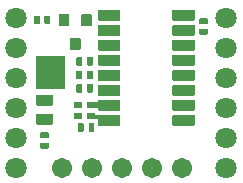
<source format=gbr>
G04 #@! TF.GenerationSoftware,KiCad,Pcbnew,(5.1.9-0-10_14)*
G04 #@! TF.CreationDate,2021-02-24T12:23:29+01:00*
G04 #@! TF.ProjectId,l0_Load,6c305f4c-6f61-4642-9e6b-696361645f70,rev?*
G04 #@! TF.SameCoordinates,Original*
G04 #@! TF.FileFunction,Soldermask,Top*
G04 #@! TF.FilePolarity,Negative*
%FSLAX46Y46*%
G04 Gerber Fmt 4.6, Leading zero omitted, Abs format (unit mm)*
G04 Created by KiCad (PCBNEW (5.1.9-0-10_14)) date 2021-02-24 12:23:29*
%MOMM*%
%LPD*%
G01*
G04 APERTURE LIST*
%ADD10C,1.702000*%
%ADD11C,1.802000*%
%ADD12C,0.100000*%
G04 APERTURE END LIST*
G36*
G01*
X170651000Y-77230000D02*
X170651000Y-76430000D01*
G75*
G02*
X170702000Y-76379000I51000J0D01*
G01*
X172502000Y-76379000D01*
G75*
G02*
X172553000Y-76430000I0J-51000D01*
G01*
X172553000Y-77230000D01*
G75*
G02*
X172502000Y-77281000I-51000J0D01*
G01*
X170702000Y-77281000D01*
G75*
G02*
X170651000Y-77230000I0J51000D01*
G01*
G37*
G36*
G01*
X170651000Y-78510000D02*
X170651000Y-77710000D01*
G75*
G02*
X170702000Y-77659000I51000J0D01*
G01*
X172502000Y-77659000D01*
G75*
G02*
X172553000Y-77710000I0J-51000D01*
G01*
X172553000Y-78510000D01*
G75*
G02*
X172502000Y-78561000I-51000J0D01*
G01*
X170702000Y-78561000D01*
G75*
G02*
X170651000Y-78510000I0J51000D01*
G01*
G37*
G36*
G01*
X170651000Y-79770000D02*
X170651000Y-78970000D01*
G75*
G02*
X170702000Y-78919000I51000J0D01*
G01*
X172502000Y-78919000D01*
G75*
G02*
X172553000Y-78970000I0J-51000D01*
G01*
X172553000Y-79770000D01*
G75*
G02*
X172502000Y-79821000I-51000J0D01*
G01*
X170702000Y-79821000D01*
G75*
G02*
X170651000Y-79770000I0J51000D01*
G01*
G37*
G36*
G01*
X170651000Y-81040000D02*
X170651000Y-80240000D01*
G75*
G02*
X170702000Y-80189000I51000J0D01*
G01*
X172502000Y-80189000D01*
G75*
G02*
X172553000Y-80240000I0J-51000D01*
G01*
X172553000Y-81040000D01*
G75*
G02*
X172502000Y-81091000I-51000J0D01*
G01*
X170702000Y-81091000D01*
G75*
G02*
X170651000Y-81040000I0J51000D01*
G01*
G37*
G36*
G01*
X170651000Y-82320000D02*
X170651000Y-81520000D01*
G75*
G02*
X170702000Y-81469000I51000J0D01*
G01*
X172502000Y-81469000D01*
G75*
G02*
X172553000Y-81520000I0J-51000D01*
G01*
X172553000Y-82320000D01*
G75*
G02*
X172502000Y-82371000I-51000J0D01*
G01*
X170702000Y-82371000D01*
G75*
G02*
X170651000Y-82320000I0J51000D01*
G01*
G37*
G36*
G01*
X170651000Y-83590000D02*
X170651000Y-82790000D01*
G75*
G02*
X170702000Y-82739000I51000J0D01*
G01*
X172502000Y-82739000D01*
G75*
G02*
X172553000Y-82790000I0J-51000D01*
G01*
X172553000Y-83590000D01*
G75*
G02*
X172502000Y-83641000I-51000J0D01*
G01*
X170702000Y-83641000D01*
G75*
G02*
X170651000Y-83590000I0J51000D01*
G01*
G37*
G36*
G01*
X170651000Y-84850000D02*
X170651000Y-84050000D01*
G75*
G02*
X170702000Y-83999000I51000J0D01*
G01*
X172502000Y-83999000D01*
G75*
G02*
X172553000Y-84050000I0J-51000D01*
G01*
X172553000Y-84850000D01*
G75*
G02*
X172502000Y-84901000I-51000J0D01*
G01*
X170702000Y-84901000D01*
G75*
G02*
X170651000Y-84850000I0J51000D01*
G01*
G37*
G36*
G01*
X170651000Y-86130000D02*
X170651000Y-85330000D01*
G75*
G02*
X170702000Y-85279000I51000J0D01*
G01*
X172502000Y-85279000D01*
G75*
G02*
X172553000Y-85330000I0J-51000D01*
G01*
X172553000Y-86130000D01*
G75*
G02*
X172502000Y-86181000I-51000J0D01*
G01*
X170702000Y-86181000D01*
G75*
G02*
X170651000Y-86130000I0J51000D01*
G01*
G37*
G36*
G01*
X176951000Y-86130000D02*
X176951000Y-85330000D01*
G75*
G02*
X177002000Y-85279000I51000J0D01*
G01*
X178802000Y-85279000D01*
G75*
G02*
X178853000Y-85330000I0J-51000D01*
G01*
X178853000Y-86130000D01*
G75*
G02*
X178802000Y-86181000I-51000J0D01*
G01*
X177002000Y-86181000D01*
G75*
G02*
X176951000Y-86130000I0J51000D01*
G01*
G37*
G36*
G01*
X176951000Y-84850000D02*
X176951000Y-84050000D01*
G75*
G02*
X177002000Y-83999000I51000J0D01*
G01*
X178802000Y-83999000D01*
G75*
G02*
X178853000Y-84050000I0J-51000D01*
G01*
X178853000Y-84850000D01*
G75*
G02*
X178802000Y-84901000I-51000J0D01*
G01*
X177002000Y-84901000D01*
G75*
G02*
X176951000Y-84850000I0J51000D01*
G01*
G37*
G36*
G01*
X176951000Y-83590000D02*
X176951000Y-82790000D01*
G75*
G02*
X177002000Y-82739000I51000J0D01*
G01*
X178802000Y-82739000D01*
G75*
G02*
X178853000Y-82790000I0J-51000D01*
G01*
X178853000Y-83590000D01*
G75*
G02*
X178802000Y-83641000I-51000J0D01*
G01*
X177002000Y-83641000D01*
G75*
G02*
X176951000Y-83590000I0J51000D01*
G01*
G37*
G36*
G01*
X176951000Y-82320000D02*
X176951000Y-81520000D01*
G75*
G02*
X177002000Y-81469000I51000J0D01*
G01*
X178802000Y-81469000D01*
G75*
G02*
X178853000Y-81520000I0J-51000D01*
G01*
X178853000Y-82320000D01*
G75*
G02*
X178802000Y-82371000I-51000J0D01*
G01*
X177002000Y-82371000D01*
G75*
G02*
X176951000Y-82320000I0J51000D01*
G01*
G37*
G36*
G01*
X176951000Y-81040000D02*
X176951000Y-80240000D01*
G75*
G02*
X177002000Y-80189000I51000J0D01*
G01*
X178802000Y-80189000D01*
G75*
G02*
X178853000Y-80240000I0J-51000D01*
G01*
X178853000Y-81040000D01*
G75*
G02*
X178802000Y-81091000I-51000J0D01*
G01*
X177002000Y-81091000D01*
G75*
G02*
X176951000Y-81040000I0J51000D01*
G01*
G37*
G36*
G01*
X176951000Y-79770000D02*
X176951000Y-78970000D01*
G75*
G02*
X177002000Y-78919000I51000J0D01*
G01*
X178802000Y-78919000D01*
G75*
G02*
X178853000Y-78970000I0J-51000D01*
G01*
X178853000Y-79770000D01*
G75*
G02*
X178802000Y-79821000I-51000J0D01*
G01*
X177002000Y-79821000D01*
G75*
G02*
X176951000Y-79770000I0J51000D01*
G01*
G37*
G36*
G01*
X176951000Y-78510000D02*
X176951000Y-77710000D01*
G75*
G02*
X177002000Y-77659000I51000J0D01*
G01*
X178802000Y-77659000D01*
G75*
G02*
X178853000Y-77710000I0J-51000D01*
G01*
X178853000Y-78510000D01*
G75*
G02*
X178802000Y-78561000I-51000J0D01*
G01*
X177002000Y-78561000D01*
G75*
G02*
X176951000Y-78510000I0J51000D01*
G01*
G37*
G36*
G01*
X176951000Y-77230000D02*
X176951000Y-76430000D01*
G75*
G02*
X177002000Y-76379000I51000J0D01*
G01*
X178802000Y-76379000D01*
G75*
G02*
X178853000Y-76430000I0J-51000D01*
G01*
X178853000Y-77230000D01*
G75*
G02*
X178802000Y-77281000I-51000J0D01*
G01*
X177002000Y-77281000D01*
G75*
G02*
X176951000Y-77230000I0J51000D01*
G01*
G37*
D10*
X177800000Y-89789000D03*
X175260000Y-89789000D03*
X172720000Y-89789000D03*
X170180000Y-89789000D03*
X167640000Y-89789000D03*
G36*
G01*
X167875000Y-80298999D02*
X167875000Y-81499001D01*
G75*
G02*
X167824001Y-81550000I-50999J0D01*
G01*
X165423999Y-81550000D01*
G75*
G02*
X165373000Y-81499001I0J50999D01*
G01*
X165373000Y-80298999D01*
G75*
G02*
X165423999Y-80248000I50999J0D01*
G01*
X167824001Y-80248000D01*
G75*
G02*
X167875000Y-80298999I0J-50999D01*
G01*
G37*
G36*
G01*
X167875000Y-81798999D02*
X167875000Y-82999001D01*
G75*
G02*
X167824001Y-83050000I-50999J0D01*
G01*
X165423999Y-83050000D01*
G75*
G02*
X165373000Y-82999001I0J50999D01*
G01*
X165373000Y-81798999D01*
G75*
G02*
X165423999Y-81748000I50999J0D01*
G01*
X167824001Y-81748000D01*
G75*
G02*
X167875000Y-81798999I0J-50999D01*
G01*
G37*
G36*
G01*
X169850100Y-86629600D02*
X169850100Y-86029600D01*
G75*
G02*
X169901100Y-85978600I51000J0D01*
G01*
X170301100Y-85978600D01*
G75*
G02*
X170352100Y-86029600I0J-51000D01*
G01*
X170352100Y-86629600D01*
G75*
G02*
X170301100Y-86680600I-51000J0D01*
G01*
X169901100Y-86680600D01*
G75*
G02*
X169850100Y-86629600I0J51000D01*
G01*
G37*
G36*
G01*
X168950100Y-86629600D02*
X168950100Y-86029600D01*
G75*
G02*
X169001100Y-85978600I51000J0D01*
G01*
X169401100Y-85978600D01*
G75*
G02*
X169452100Y-86029600I0J-51000D01*
G01*
X169452100Y-86629600D01*
G75*
G02*
X169401100Y-86680600I-51000J0D01*
G01*
X169001100Y-86680600D01*
G75*
G02*
X168950100Y-86629600I0J51000D01*
G01*
G37*
G36*
G01*
X169258100Y-84675600D02*
X168658100Y-84675600D01*
G75*
G02*
X168607100Y-84624600I0J51000D01*
G01*
X168607100Y-84224600D01*
G75*
G02*
X168658100Y-84173600I51000J0D01*
G01*
X169258100Y-84173600D01*
G75*
G02*
X169309100Y-84224600I0J-51000D01*
G01*
X169309100Y-84624600D01*
G75*
G02*
X169258100Y-84675600I-51000J0D01*
G01*
G37*
G36*
G01*
X169258100Y-85575600D02*
X168658100Y-85575600D01*
G75*
G02*
X168607100Y-85524600I0J51000D01*
G01*
X168607100Y-85124600D01*
G75*
G02*
X168658100Y-85073600I51000J0D01*
G01*
X169258100Y-85073600D01*
G75*
G02*
X169309100Y-85124600I0J-51000D01*
G01*
X169309100Y-85524600D01*
G75*
G02*
X169258100Y-85575600I-51000J0D01*
G01*
G37*
G36*
G01*
X169325100Y-81584600D02*
X169325100Y-82184600D01*
G75*
G02*
X169274100Y-82235600I-51000J0D01*
G01*
X168874100Y-82235600D01*
G75*
G02*
X168823100Y-82184600I0J51000D01*
G01*
X168823100Y-81584600D01*
G75*
G02*
X168874100Y-81533600I51000J0D01*
G01*
X169274100Y-81533600D01*
G75*
G02*
X169325100Y-81584600I0J-51000D01*
G01*
G37*
G36*
G01*
X170225100Y-81584600D02*
X170225100Y-82184600D01*
G75*
G02*
X170174100Y-82235600I-51000J0D01*
G01*
X169774100Y-82235600D01*
G75*
G02*
X169723100Y-82184600I0J51000D01*
G01*
X169723100Y-81584600D01*
G75*
G02*
X169774100Y-81533600I51000J0D01*
G01*
X170174100Y-81533600D01*
G75*
G02*
X170225100Y-81584600I0J-51000D01*
G01*
G37*
G36*
G01*
X169723100Y-81041600D02*
X169723100Y-80441600D01*
G75*
G02*
X169774100Y-80390600I51000J0D01*
G01*
X170174100Y-80390600D01*
G75*
G02*
X170225100Y-80441600I0J-51000D01*
G01*
X170225100Y-81041600D01*
G75*
G02*
X170174100Y-81092600I-51000J0D01*
G01*
X169774100Y-81092600D01*
G75*
G02*
X169723100Y-81041600I0J51000D01*
G01*
G37*
G36*
G01*
X168823100Y-81041600D02*
X168823100Y-80441600D01*
G75*
G02*
X168874100Y-80390600I51000J0D01*
G01*
X169274100Y-80390600D01*
G75*
G02*
X169325100Y-80441600I0J-51000D01*
G01*
X169325100Y-81041600D01*
G75*
G02*
X169274100Y-81092600I-51000J0D01*
G01*
X168874100Y-81092600D01*
G75*
G02*
X168823100Y-81041600I0J51000D01*
G01*
G37*
G36*
G01*
X179278000Y-77981000D02*
X179878000Y-77981000D01*
G75*
G02*
X179929000Y-78032000I0J-51000D01*
G01*
X179929000Y-78432000D01*
G75*
G02*
X179878000Y-78483000I-51000J0D01*
G01*
X179278000Y-78483000D01*
G75*
G02*
X179227000Y-78432000I0J51000D01*
G01*
X179227000Y-78032000D01*
G75*
G02*
X179278000Y-77981000I51000J0D01*
G01*
G37*
G36*
G01*
X179278000Y-77081000D02*
X179878000Y-77081000D01*
G75*
G02*
X179929000Y-77132000I0J-51000D01*
G01*
X179929000Y-77532000D01*
G75*
G02*
X179878000Y-77583000I-51000J0D01*
G01*
X179278000Y-77583000D01*
G75*
G02*
X179227000Y-77532000I0J51000D01*
G01*
X179227000Y-77132000D01*
G75*
G02*
X179278000Y-77081000I51000J0D01*
G01*
G37*
G36*
G01*
X165721000Y-76916000D02*
X165721000Y-77516000D01*
G75*
G02*
X165670000Y-77567000I-51000J0D01*
G01*
X165270000Y-77567000D01*
G75*
G02*
X165219000Y-77516000I0J51000D01*
G01*
X165219000Y-76916000D01*
G75*
G02*
X165270000Y-76865000I51000J0D01*
G01*
X165670000Y-76865000D01*
G75*
G02*
X165721000Y-76916000I0J-51000D01*
G01*
G37*
G36*
G01*
X166621000Y-76916000D02*
X166621000Y-77516000D01*
G75*
G02*
X166570000Y-77567000I-51000J0D01*
G01*
X166170000Y-77567000D01*
G75*
G02*
X166119000Y-77516000I0J51000D01*
G01*
X166119000Y-76916000D01*
G75*
G02*
X166170000Y-76865000I51000J0D01*
G01*
X166570000Y-76865000D01*
G75*
G02*
X166621000Y-76916000I0J-51000D01*
G01*
G37*
G36*
G01*
X169753000Y-85073600D02*
X170353000Y-85073600D01*
G75*
G02*
X170404000Y-85124600I0J-51000D01*
G01*
X170404000Y-85524600D01*
G75*
G02*
X170353000Y-85575600I-51000J0D01*
G01*
X169753000Y-85575600D01*
G75*
G02*
X169702000Y-85524600I0J51000D01*
G01*
X169702000Y-85124600D01*
G75*
G02*
X169753000Y-85073600I51000J0D01*
G01*
G37*
G36*
G01*
X169753000Y-84173600D02*
X170353000Y-84173600D01*
G75*
G02*
X170404000Y-84224600I0J-51000D01*
G01*
X170404000Y-84624600D01*
G75*
G02*
X170353000Y-84675600I-51000J0D01*
G01*
X169753000Y-84675600D01*
G75*
G02*
X169702000Y-84624600I0J51000D01*
G01*
X169702000Y-84224600D01*
G75*
G02*
X169753000Y-84173600I51000J0D01*
G01*
G37*
G36*
G01*
X169723100Y-83327600D02*
X169723100Y-82727600D01*
G75*
G02*
X169774100Y-82676600I51000J0D01*
G01*
X170174100Y-82676600D01*
G75*
G02*
X170225100Y-82727600I0J-51000D01*
G01*
X170225100Y-83327600D01*
G75*
G02*
X170174100Y-83378600I-51000J0D01*
G01*
X169774100Y-83378600D01*
G75*
G02*
X169723100Y-83327600I0J51000D01*
G01*
G37*
G36*
G01*
X168823100Y-83327600D02*
X168823100Y-82727600D01*
G75*
G02*
X168874100Y-82676600I51000J0D01*
G01*
X169274100Y-82676600D01*
G75*
G02*
X169325100Y-82727600I0J-51000D01*
G01*
X169325100Y-83327600D01*
G75*
G02*
X169274100Y-83378600I-51000J0D01*
G01*
X168874100Y-83378600D01*
G75*
G02*
X168823100Y-83327600I0J51000D01*
G01*
G37*
G36*
G01*
X166416000Y-87246000D02*
X165816000Y-87246000D01*
G75*
G02*
X165765000Y-87195000I0J51000D01*
G01*
X165765000Y-86795000D01*
G75*
G02*
X165816000Y-86744000I51000J0D01*
G01*
X166416000Y-86744000D01*
G75*
G02*
X166467000Y-86795000I0J-51000D01*
G01*
X166467000Y-87195000D01*
G75*
G02*
X166416000Y-87246000I-51000J0D01*
G01*
G37*
G36*
G01*
X166416000Y-88146000D02*
X165816000Y-88146000D01*
G75*
G02*
X165765000Y-88095000I0J51000D01*
G01*
X165765000Y-87695000D01*
G75*
G02*
X165816000Y-87644000I51000J0D01*
G01*
X166416000Y-87644000D01*
G75*
G02*
X166467000Y-87695000I0J-51000D01*
G01*
X166467000Y-88095000D01*
G75*
G02*
X166416000Y-88146000I-51000J0D01*
G01*
G37*
G36*
G01*
X165466000Y-83585000D02*
X166766000Y-83585000D01*
G75*
G02*
X166817000Y-83636000I0J-51000D01*
G01*
X166817000Y-84436000D01*
G75*
G02*
X166766000Y-84487000I-51000J0D01*
G01*
X165466000Y-84487000D01*
G75*
G02*
X165415000Y-84436000I0J51000D01*
G01*
X165415000Y-83636000D01*
G75*
G02*
X165466000Y-83585000I51000J0D01*
G01*
G37*
G36*
G01*
X165466000Y-85185000D02*
X166766000Y-85185000D01*
G75*
G02*
X166817000Y-85236000I0J-51000D01*
G01*
X166817000Y-86036000D01*
G75*
G02*
X166766000Y-86087000I-51000J0D01*
G01*
X165466000Y-86087000D01*
G75*
G02*
X165415000Y-86036000I0J51000D01*
G01*
X165415000Y-85236000D01*
G75*
G02*
X165466000Y-85185000I51000J0D01*
G01*
G37*
G36*
G01*
X168320000Y-78757000D02*
X169120000Y-78757000D01*
G75*
G02*
X169171000Y-78808000I0J-51000D01*
G01*
X169171000Y-79708000D01*
G75*
G02*
X169120000Y-79759000I-51000J0D01*
G01*
X168320000Y-79759000D01*
G75*
G02*
X168269000Y-79708000I0J51000D01*
G01*
X168269000Y-78808000D01*
G75*
G02*
X168320000Y-78757000I51000J0D01*
G01*
G37*
G36*
G01*
X167370000Y-76757000D02*
X168170000Y-76757000D01*
G75*
G02*
X168221000Y-76808000I0J-51000D01*
G01*
X168221000Y-77708000D01*
G75*
G02*
X168170000Y-77759000I-51000J0D01*
G01*
X167370000Y-77759000D01*
G75*
G02*
X167319000Y-77708000I0J51000D01*
G01*
X167319000Y-76808000D01*
G75*
G02*
X167370000Y-76757000I51000J0D01*
G01*
G37*
G36*
G01*
X169270000Y-76757000D02*
X170070000Y-76757000D01*
G75*
G02*
X170121000Y-76808000I0J-51000D01*
G01*
X170121000Y-77708000D01*
G75*
G02*
X170070000Y-77759000I-51000J0D01*
G01*
X169270000Y-77759000D01*
G75*
G02*
X169219000Y-77708000I0J51000D01*
G01*
X169219000Y-76808000D01*
G75*
G02*
X169270000Y-76757000I51000J0D01*
G01*
G37*
D11*
X181518600Y-79603600D03*
X181518600Y-77063600D03*
X181518600Y-87223600D03*
X181518600Y-82143600D03*
X181518600Y-89763600D03*
X163743600Y-77063600D03*
X163743600Y-87223600D03*
X163743600Y-82143600D03*
X181518600Y-84683600D03*
X163743600Y-84683600D03*
X163743600Y-89763600D03*
X163743600Y-79603600D03*
D12*
G36*
X170405990Y-85153805D02*
G01*
X170408372Y-85177992D01*
X170415372Y-85201067D01*
X170426737Y-85222331D01*
X170442032Y-85240968D01*
X170460669Y-85256263D01*
X170481933Y-85267628D01*
X170505008Y-85274628D01*
X170529093Y-85277000D01*
X170651000Y-85277000D01*
X170652732Y-85278000D01*
X170653000Y-85279000D01*
X170653000Y-85700599D01*
X170652000Y-85702331D01*
X170650000Y-85702331D01*
X170649010Y-85700795D01*
X170646628Y-85676608D01*
X170639628Y-85653533D01*
X170628263Y-85632269D01*
X170612968Y-85613632D01*
X170594331Y-85598337D01*
X170573067Y-85586972D01*
X170549992Y-85579972D01*
X170525907Y-85577600D01*
X170404000Y-85577600D01*
X170402268Y-85576600D01*
X170402000Y-85575600D01*
X170402000Y-85154001D01*
X170403000Y-85152269D01*
X170405000Y-85152269D01*
X170405990Y-85153805D01*
G37*
G36*
X170652165Y-84046975D02*
G01*
X170653000Y-84048601D01*
X170653000Y-84800599D01*
X170652000Y-84802331D01*
X170650000Y-84802331D01*
X170649010Y-84800795D01*
X170646628Y-84776608D01*
X170639628Y-84753533D01*
X170628263Y-84732269D01*
X170612968Y-84713632D01*
X170594331Y-84698337D01*
X170573067Y-84686972D01*
X170549992Y-84679972D01*
X170525907Y-84677600D01*
X170404000Y-84677600D01*
X170402268Y-84676600D01*
X170402000Y-84675600D01*
X170402000Y-84173600D01*
X170403000Y-84171868D01*
X170404000Y-84171600D01*
X170525907Y-84171600D01*
X170549992Y-84169228D01*
X170573067Y-84162228D01*
X170594331Y-84150863D01*
X170612968Y-84135568D01*
X170628263Y-84116931D01*
X170639628Y-84095667D01*
X170646628Y-84072592D01*
X170649010Y-84048405D01*
X170650175Y-84046779D01*
X170652165Y-84046975D01*
G37*
G36*
X167876732Y-81549000D02*
G01*
X167877000Y-81550000D01*
X167877000Y-81748000D01*
X167876000Y-81749732D01*
X167875000Y-81750000D01*
X165373000Y-81750000D01*
X165371268Y-81749000D01*
X165371000Y-81748000D01*
X165371000Y-81550000D01*
X165372000Y-81548268D01*
X165373000Y-81548000D01*
X167875000Y-81548000D01*
X167876732Y-81549000D01*
G37*
M02*

</source>
